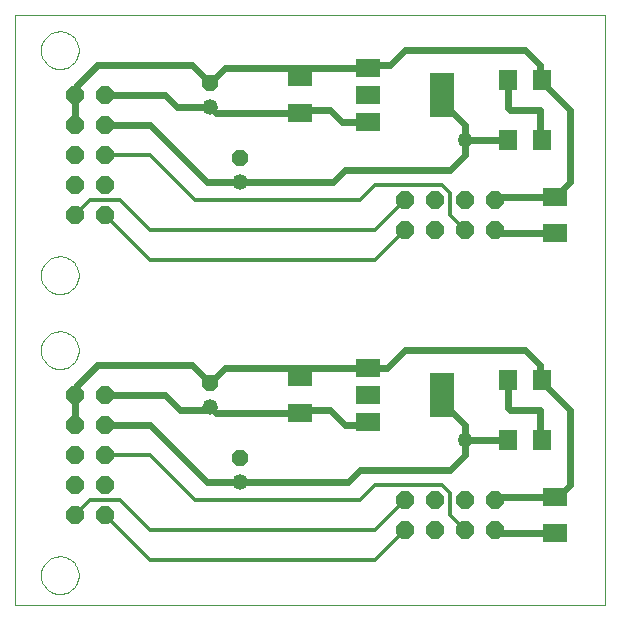
<source format=gtl>
G75*
%MOIN*%
%OFA0B0*%
%FSLAX24Y24*%
%IPPOS*%
%LPD*%
%AMOC8*
5,1,8,0,0,1.08239X$1,22.5*
%
%ADD10C,0.0000*%
%ADD11OC8,0.0600*%
%ADD12R,0.0787X0.0591*%
%ADD13R,0.0787X0.1496*%
%ADD14OC8,0.0520*%
%ADD15C,0.0520*%
%ADD16R,0.0630X0.0710*%
%ADD17C,0.0240*%
%ADD18C,0.0500*%
%ADD19C,0.0120*%
D10*
X000100Y000100D02*
X000100Y019785D01*
X019785Y019785D01*
X019785Y000100D01*
X000100Y000100D01*
X000970Y001100D02*
X000972Y001150D01*
X000978Y001200D01*
X000988Y001249D01*
X001002Y001297D01*
X001019Y001344D01*
X001040Y001389D01*
X001065Y001433D01*
X001093Y001474D01*
X001125Y001513D01*
X001159Y001550D01*
X001196Y001584D01*
X001236Y001614D01*
X001278Y001641D01*
X001322Y001665D01*
X001368Y001686D01*
X001415Y001702D01*
X001463Y001715D01*
X001513Y001724D01*
X001562Y001729D01*
X001613Y001730D01*
X001663Y001727D01*
X001712Y001720D01*
X001761Y001709D01*
X001809Y001694D01*
X001855Y001676D01*
X001900Y001654D01*
X001943Y001628D01*
X001984Y001599D01*
X002023Y001567D01*
X002059Y001532D01*
X002091Y001494D01*
X002121Y001454D01*
X002148Y001411D01*
X002171Y001367D01*
X002190Y001321D01*
X002206Y001273D01*
X002218Y001224D01*
X002226Y001175D01*
X002230Y001125D01*
X002230Y001075D01*
X002226Y001025D01*
X002218Y000976D01*
X002206Y000927D01*
X002190Y000879D01*
X002171Y000833D01*
X002148Y000789D01*
X002121Y000746D01*
X002091Y000706D01*
X002059Y000668D01*
X002023Y000633D01*
X001984Y000601D01*
X001943Y000572D01*
X001900Y000546D01*
X001855Y000524D01*
X001809Y000506D01*
X001761Y000491D01*
X001712Y000480D01*
X001663Y000473D01*
X001613Y000470D01*
X001562Y000471D01*
X001513Y000476D01*
X001463Y000485D01*
X001415Y000498D01*
X001368Y000514D01*
X001322Y000535D01*
X001278Y000559D01*
X001236Y000586D01*
X001196Y000616D01*
X001159Y000650D01*
X001125Y000687D01*
X001093Y000726D01*
X001065Y000767D01*
X001040Y000811D01*
X001019Y000856D01*
X001002Y000903D01*
X000988Y000951D01*
X000978Y001000D01*
X000972Y001050D01*
X000970Y001100D01*
X000970Y008600D02*
X000972Y008650D01*
X000978Y008700D01*
X000988Y008749D01*
X001002Y008797D01*
X001019Y008844D01*
X001040Y008889D01*
X001065Y008933D01*
X001093Y008974D01*
X001125Y009013D01*
X001159Y009050D01*
X001196Y009084D01*
X001236Y009114D01*
X001278Y009141D01*
X001322Y009165D01*
X001368Y009186D01*
X001415Y009202D01*
X001463Y009215D01*
X001513Y009224D01*
X001562Y009229D01*
X001613Y009230D01*
X001663Y009227D01*
X001712Y009220D01*
X001761Y009209D01*
X001809Y009194D01*
X001855Y009176D01*
X001900Y009154D01*
X001943Y009128D01*
X001984Y009099D01*
X002023Y009067D01*
X002059Y009032D01*
X002091Y008994D01*
X002121Y008954D01*
X002148Y008911D01*
X002171Y008867D01*
X002190Y008821D01*
X002206Y008773D01*
X002218Y008724D01*
X002226Y008675D01*
X002230Y008625D01*
X002230Y008575D01*
X002226Y008525D01*
X002218Y008476D01*
X002206Y008427D01*
X002190Y008379D01*
X002171Y008333D01*
X002148Y008289D01*
X002121Y008246D01*
X002091Y008206D01*
X002059Y008168D01*
X002023Y008133D01*
X001984Y008101D01*
X001943Y008072D01*
X001900Y008046D01*
X001855Y008024D01*
X001809Y008006D01*
X001761Y007991D01*
X001712Y007980D01*
X001663Y007973D01*
X001613Y007970D01*
X001562Y007971D01*
X001513Y007976D01*
X001463Y007985D01*
X001415Y007998D01*
X001368Y008014D01*
X001322Y008035D01*
X001278Y008059D01*
X001236Y008086D01*
X001196Y008116D01*
X001159Y008150D01*
X001125Y008187D01*
X001093Y008226D01*
X001065Y008267D01*
X001040Y008311D01*
X001019Y008356D01*
X001002Y008403D01*
X000988Y008451D01*
X000978Y008500D01*
X000972Y008550D01*
X000970Y008600D01*
X000970Y011100D02*
X000972Y011150D01*
X000978Y011200D01*
X000988Y011249D01*
X001002Y011297D01*
X001019Y011344D01*
X001040Y011389D01*
X001065Y011433D01*
X001093Y011474D01*
X001125Y011513D01*
X001159Y011550D01*
X001196Y011584D01*
X001236Y011614D01*
X001278Y011641D01*
X001322Y011665D01*
X001368Y011686D01*
X001415Y011702D01*
X001463Y011715D01*
X001513Y011724D01*
X001562Y011729D01*
X001613Y011730D01*
X001663Y011727D01*
X001712Y011720D01*
X001761Y011709D01*
X001809Y011694D01*
X001855Y011676D01*
X001900Y011654D01*
X001943Y011628D01*
X001984Y011599D01*
X002023Y011567D01*
X002059Y011532D01*
X002091Y011494D01*
X002121Y011454D01*
X002148Y011411D01*
X002171Y011367D01*
X002190Y011321D01*
X002206Y011273D01*
X002218Y011224D01*
X002226Y011175D01*
X002230Y011125D01*
X002230Y011075D01*
X002226Y011025D01*
X002218Y010976D01*
X002206Y010927D01*
X002190Y010879D01*
X002171Y010833D01*
X002148Y010789D01*
X002121Y010746D01*
X002091Y010706D01*
X002059Y010668D01*
X002023Y010633D01*
X001984Y010601D01*
X001943Y010572D01*
X001900Y010546D01*
X001855Y010524D01*
X001809Y010506D01*
X001761Y010491D01*
X001712Y010480D01*
X001663Y010473D01*
X001613Y010470D01*
X001562Y010471D01*
X001513Y010476D01*
X001463Y010485D01*
X001415Y010498D01*
X001368Y010514D01*
X001322Y010535D01*
X001278Y010559D01*
X001236Y010586D01*
X001196Y010616D01*
X001159Y010650D01*
X001125Y010687D01*
X001093Y010726D01*
X001065Y010767D01*
X001040Y010811D01*
X001019Y010856D01*
X001002Y010903D01*
X000988Y010951D01*
X000978Y011000D01*
X000972Y011050D01*
X000970Y011100D01*
X000970Y018600D02*
X000972Y018650D01*
X000978Y018700D01*
X000988Y018749D01*
X001002Y018797D01*
X001019Y018844D01*
X001040Y018889D01*
X001065Y018933D01*
X001093Y018974D01*
X001125Y019013D01*
X001159Y019050D01*
X001196Y019084D01*
X001236Y019114D01*
X001278Y019141D01*
X001322Y019165D01*
X001368Y019186D01*
X001415Y019202D01*
X001463Y019215D01*
X001513Y019224D01*
X001562Y019229D01*
X001613Y019230D01*
X001663Y019227D01*
X001712Y019220D01*
X001761Y019209D01*
X001809Y019194D01*
X001855Y019176D01*
X001900Y019154D01*
X001943Y019128D01*
X001984Y019099D01*
X002023Y019067D01*
X002059Y019032D01*
X002091Y018994D01*
X002121Y018954D01*
X002148Y018911D01*
X002171Y018867D01*
X002190Y018821D01*
X002206Y018773D01*
X002218Y018724D01*
X002226Y018675D01*
X002230Y018625D01*
X002230Y018575D01*
X002226Y018525D01*
X002218Y018476D01*
X002206Y018427D01*
X002190Y018379D01*
X002171Y018333D01*
X002148Y018289D01*
X002121Y018246D01*
X002091Y018206D01*
X002059Y018168D01*
X002023Y018133D01*
X001984Y018101D01*
X001943Y018072D01*
X001900Y018046D01*
X001855Y018024D01*
X001809Y018006D01*
X001761Y017991D01*
X001712Y017980D01*
X001663Y017973D01*
X001613Y017970D01*
X001562Y017971D01*
X001513Y017976D01*
X001463Y017985D01*
X001415Y017998D01*
X001368Y018014D01*
X001322Y018035D01*
X001278Y018059D01*
X001236Y018086D01*
X001196Y018116D01*
X001159Y018150D01*
X001125Y018187D01*
X001093Y018226D01*
X001065Y018267D01*
X001040Y018311D01*
X001019Y018356D01*
X001002Y018403D01*
X000988Y018451D01*
X000978Y018500D01*
X000972Y018550D01*
X000970Y018600D01*
D11*
X002100Y017100D03*
X002100Y016100D03*
X002100Y015100D03*
X002100Y014100D03*
X002100Y013100D03*
X003100Y013100D03*
X003100Y014100D03*
X003100Y015100D03*
X003100Y016100D03*
X003100Y017100D03*
X003100Y007100D03*
X003100Y006100D03*
X003100Y005100D03*
X003100Y004100D03*
X003100Y003100D03*
X002100Y003100D03*
X002100Y004100D03*
X002100Y005100D03*
X002100Y006100D03*
X002100Y007100D03*
X013100Y003600D03*
X013100Y002600D03*
X014100Y002600D03*
X014100Y003600D03*
X015100Y003600D03*
X015100Y002600D03*
X016100Y002600D03*
X016100Y003600D03*
X016100Y012600D03*
X016100Y013600D03*
X015100Y013600D03*
X015100Y012600D03*
X014100Y012600D03*
X014100Y013600D03*
X013100Y013600D03*
X013100Y012600D03*
D12*
X011860Y016194D03*
X011860Y017100D03*
X011860Y018006D03*
X009600Y017691D03*
X009600Y016509D03*
X011860Y008006D03*
X011860Y007100D03*
X011860Y006194D03*
X009600Y006509D03*
X009600Y007691D03*
X018100Y003691D03*
X018100Y002509D03*
X018100Y012509D03*
X018100Y013691D03*
D13*
X014340Y017100D03*
X014340Y007100D03*
D14*
X007600Y005000D03*
X006600Y007500D03*
X007600Y015000D03*
X006600Y017500D03*
D15*
X006600Y016700D03*
X007600Y014200D03*
X006600Y006700D03*
X007600Y004200D03*
D16*
X016540Y005600D03*
X017660Y005600D03*
X017660Y007600D03*
X016540Y007600D03*
X016540Y015600D03*
X017660Y015600D03*
X017660Y017600D03*
X016540Y017600D03*
D17*
X016540Y016660D01*
X016600Y016600D01*
X017600Y016600D01*
X017600Y015660D01*
X017660Y015600D01*
X016540Y015600D02*
X015100Y015600D01*
X015100Y016100D01*
X014340Y016860D01*
X014340Y017100D01*
X015100Y015600D02*
X015100Y015100D01*
X014600Y014600D01*
X011100Y014600D01*
X010700Y014200D01*
X007600Y014200D01*
X006500Y014200D01*
X004600Y016100D01*
X003100Y016100D01*
X002100Y016100D02*
X002100Y017100D01*
X002100Y017350D01*
X002850Y018100D01*
X006000Y018100D01*
X006600Y017500D01*
X007106Y018006D01*
X009600Y018006D01*
X009600Y017691D01*
X009600Y018006D02*
X011860Y018006D01*
X011694Y018006D01*
X011600Y018100D01*
X012600Y018100D01*
X013100Y018600D01*
X017100Y018600D01*
X017600Y018100D01*
X017600Y017660D01*
X017660Y017600D01*
X017660Y017540D01*
X018600Y016600D01*
X018600Y014191D01*
X018100Y013691D01*
X016191Y013691D01*
X016100Y013600D01*
X016100Y012600D02*
X016191Y012509D01*
X018100Y012509D01*
X017100Y008600D02*
X017600Y008100D01*
X017600Y007660D01*
X017660Y007600D01*
X017660Y007540D01*
X018600Y006600D01*
X018600Y004191D01*
X018600Y004100D02*
X018100Y003600D01*
X018100Y003691D02*
X016191Y003691D01*
X016100Y003600D01*
X016100Y002600D02*
X016191Y002509D01*
X018100Y002509D01*
X017660Y005600D02*
X017600Y005660D01*
X017600Y006600D01*
X016600Y006600D01*
X016540Y006660D01*
X016540Y007600D01*
X017100Y008600D02*
X013100Y008600D01*
X012506Y008006D01*
X011860Y008006D01*
X009600Y008006D01*
X009600Y007691D01*
X009600Y008006D02*
X007106Y008006D01*
X006600Y007500D01*
X006000Y008100D01*
X002850Y008100D01*
X002100Y007350D01*
X002100Y007100D01*
X002100Y006100D01*
X003100Y006100D02*
X004600Y006100D01*
X006500Y004200D01*
X007600Y004200D01*
X011200Y004200D01*
X011600Y004600D01*
X014600Y004600D01*
X015100Y005100D01*
X015100Y005600D01*
X016540Y005600D01*
X015100Y005600D02*
X015100Y006100D01*
X014340Y006860D01*
X014340Y007100D01*
X011860Y006194D02*
X011694Y006194D01*
X011600Y006100D01*
X011100Y006100D01*
X010600Y006600D01*
X009691Y006600D01*
X009600Y006509D01*
X006791Y006509D01*
X006600Y006700D01*
X006500Y006600D01*
X005600Y006600D01*
X005100Y007100D01*
X003100Y007100D01*
X011006Y016194D02*
X010600Y016600D01*
X009691Y016600D01*
X009600Y016509D01*
X006791Y016509D01*
X006600Y016700D01*
X005500Y016700D01*
X005100Y017100D01*
X003100Y017100D01*
X011006Y016194D02*
X011860Y016194D01*
D18*
X015100Y015600D03*
X015100Y005600D03*
D19*
X014350Y004100D02*
X012100Y004100D01*
X011600Y003600D01*
X006100Y003600D01*
X004600Y005100D01*
X003100Y005100D01*
X003600Y003600D02*
X002600Y003600D01*
X002100Y003100D01*
X003100Y003100D02*
X004600Y001600D01*
X012100Y001600D01*
X013100Y002600D01*
X013100Y003600D02*
X012100Y002600D01*
X004600Y002600D01*
X003600Y003600D01*
X004600Y011600D02*
X012100Y011600D01*
X013100Y012600D01*
X013100Y013600D02*
X012100Y012600D01*
X004600Y012600D01*
X003600Y013600D01*
X002600Y013600D01*
X002100Y013100D01*
X003100Y013100D02*
X004600Y011600D01*
X006100Y013600D02*
X011600Y013600D01*
X012100Y014100D01*
X014350Y014100D01*
X014600Y013850D01*
X014600Y013100D01*
X015100Y012600D01*
X014350Y004100D02*
X014600Y003850D01*
X014600Y003100D01*
X015100Y002600D01*
X006100Y013600D02*
X004600Y015100D01*
X003100Y015100D01*
M02*

</source>
